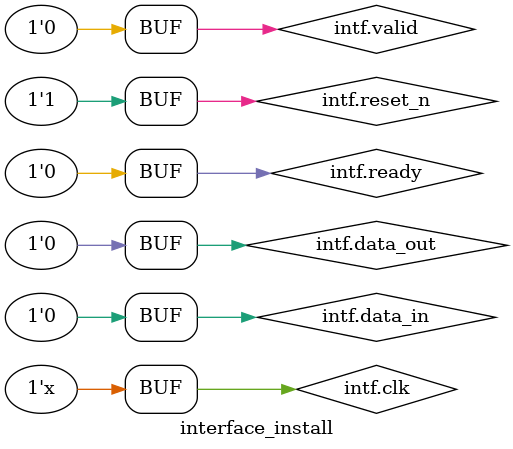
<source format=sv>
module interface_install;
    my_interface intf();

    always begin
        intf.clk = ~intf.clk;
    end

    initial begin
        intf.clk = 0;
        intf.reset_n = 0;
        intf.data_in = 0;
        intf.data_out = 0;
        intf.valid = 0;
        intf.ready = 0;
        intf.reset_n = 1;
    end

endmodule
</source>
